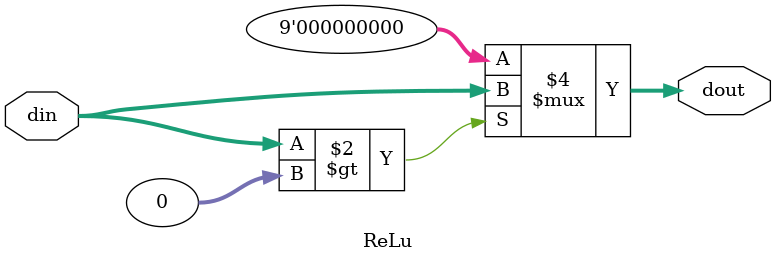
<source format=v>
`timescale 1ns / 1ps

module ReLu #(parameter w1=9)(
input signed [w1-1:0] din,
output reg signed [w1-1:0] dout
    );

always @(*)
begin
if (din>0)
dout<=din;
else
dout<=0;
end
endmodule

</source>
